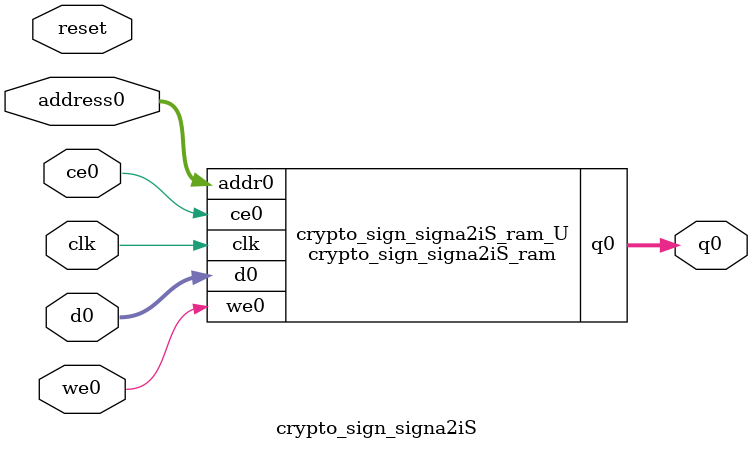
<source format=v>

`timescale 1 ns / 1 ps
module crypto_sign_signa2iS_ram (addr0, ce0, d0, we0, q0,  clk);

parameter DWIDTH = 8;
parameter AWIDTH = 6;
parameter MEM_SIZE = 64;

input[AWIDTH-1:0] addr0;
input ce0;
input[DWIDTH-1:0] d0;
input we0;
output reg[DWIDTH-1:0] q0;
input clk;

reg [DWIDTH-1:0] ram[0:MEM_SIZE-1];




always @(posedge clk)  
begin 
    if (ce0) 
    begin
        if (we0) 
        begin 
            ram[addr0] <= d0; 
            q0 <= d0;
        end 
        else 
            q0 <= ram[addr0];
    end
end


endmodule


`timescale 1 ns / 1 ps
module crypto_sign_signa2iS(
    reset,
    clk,
    address0,
    ce0,
    we0,
    d0,
    q0);

parameter DataWidth = 32'd8;
parameter AddressRange = 32'd64;
parameter AddressWidth = 32'd6;
input reset;
input clk;
input[AddressWidth - 1:0] address0;
input ce0;
input we0;
input[DataWidth - 1:0] d0;
output[DataWidth - 1:0] q0;



crypto_sign_signa2iS_ram crypto_sign_signa2iS_ram_U(
    .clk( clk ),
    .addr0( address0 ),
    .ce0( ce0 ),
    .d0( d0 ),
    .we0( we0 ),
    .q0( q0 ));

endmodule


</source>
